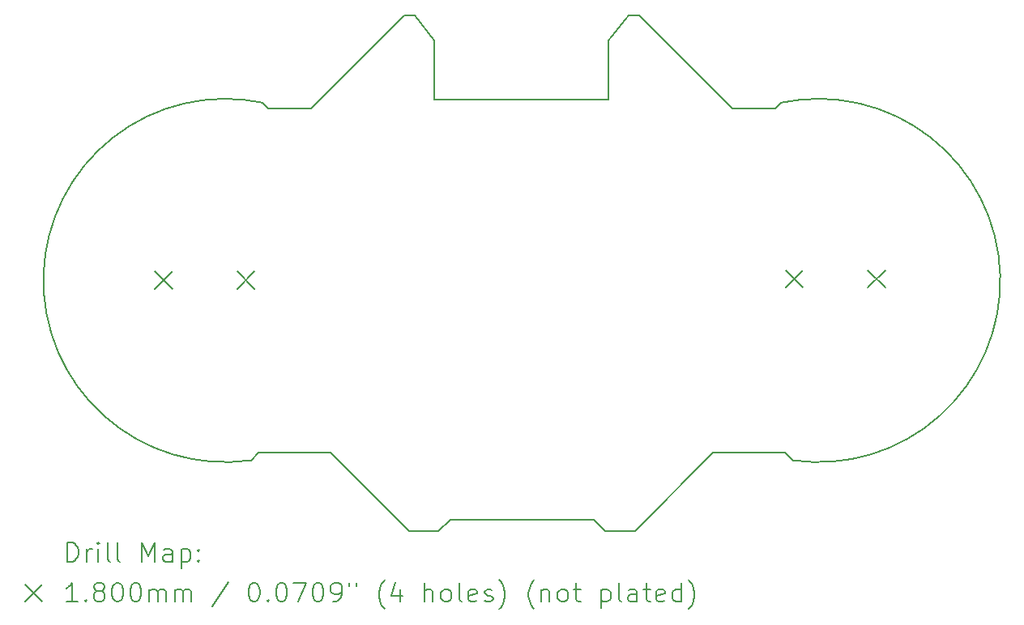
<source format=gbr>
%TF.GenerationSoftware,KiCad,Pcbnew,8.0.1*%
%TF.CreationDate,2024-05-01T12:09:55+08:00*%
%TF.ProjectId,controller,636f6e74-726f-46c6-9c65-722e6b696361,rev?*%
%TF.SameCoordinates,Original*%
%TF.FileFunction,Drillmap*%
%TF.FilePolarity,Positive*%
%FSLAX45Y45*%
G04 Gerber Fmt 4.5, Leading zero omitted, Abs format (unit mm)*
G04 Created by KiCad (PCBNEW 8.0.1) date 2024-05-01 12:09:55*
%MOMM*%
%LPD*%
G01*
G04 APERTURE LIST*
%ADD10C,0.200000*%
%ADD11C,0.180000*%
G04 APERTURE END LIST*
D10*
X11420000Y-6200000D02*
X11420000Y-5580000D01*
X13240000Y-6200000D02*
X11420000Y-6200000D01*
X13240000Y-5580000D02*
X13240000Y-6200000D01*
X13561989Y-5323001D02*
X13451991Y-5323001D01*
X13451991Y-5323001D02*
X13240000Y-5580000D01*
X15041417Y-6233582D02*
X14981996Y-6293001D01*
X11211986Y-5323001D02*
X11101991Y-5323001D01*
X14531989Y-6293001D02*
X13561989Y-5323001D01*
X9501145Y-9973842D02*
X9501151Y-9973841D01*
X11461994Y-10713008D02*
X11581986Y-10593001D01*
X13081991Y-10593001D02*
X13201996Y-10713008D01*
X9501145Y-9973842D02*
G75*
G02*
X9622568Y-6233575I-269145J1880842D01*
G01*
X15041422Y-6233575D02*
X15041417Y-6233582D01*
X14332001Y-9893001D02*
X15081996Y-9893001D01*
X11420000Y-5580000D02*
X11211986Y-5323001D01*
X11581986Y-10593001D02*
X12331996Y-10593001D01*
X13201996Y-10713008D02*
X13511994Y-10713008D01*
X9501143Y-9973844D02*
X9501145Y-9973842D01*
X12331996Y-10593001D02*
X13081991Y-10593001D01*
X14981996Y-6293001D02*
X14531989Y-6293001D01*
X11151984Y-10713008D02*
X11461994Y-10713008D01*
X9581981Y-9893001D02*
X10331989Y-9893001D01*
X15081996Y-9893001D02*
X15162834Y-9973841D01*
X9681981Y-6293001D02*
X9622563Y-6233582D01*
X15041422Y-6233575D02*
G75*
G02*
X15162833Y-9973841I390582J-1859425D01*
G01*
X10331989Y-9893001D02*
X11151984Y-10713008D01*
X13511994Y-10713008D02*
X14332001Y-9893001D01*
X9622563Y-6233582D02*
X9622568Y-6233575D01*
X9501151Y-9973841D02*
X9501143Y-9973844D01*
X11101991Y-5323001D02*
X10131989Y-6293001D01*
X10131989Y-6293001D02*
X9681981Y-6293001D01*
X9501145Y-9973842D02*
X9581981Y-9893001D01*
D11*
X8498100Y-7999200D02*
X8678100Y-8179200D01*
X8678100Y-7999200D02*
X8498100Y-8179200D01*
X9358100Y-7999200D02*
X9538100Y-8179200D01*
X9538100Y-7999200D02*
X9358100Y-8179200D01*
X15088100Y-7989200D02*
X15268100Y-8169200D01*
X15268100Y-7989200D02*
X15088100Y-8169200D01*
X15948100Y-7989200D02*
X16128100Y-8169200D01*
X16128100Y-7989200D02*
X15948100Y-8169200D01*
D10*
X7582775Y-11034492D02*
X7582775Y-10834492D01*
X7582775Y-10834492D02*
X7630394Y-10834492D01*
X7630394Y-10834492D02*
X7658966Y-10844016D01*
X7658966Y-10844016D02*
X7678013Y-10863063D01*
X7678013Y-10863063D02*
X7687537Y-10882111D01*
X7687537Y-10882111D02*
X7697061Y-10920206D01*
X7697061Y-10920206D02*
X7697061Y-10948778D01*
X7697061Y-10948778D02*
X7687537Y-10986873D01*
X7687537Y-10986873D02*
X7678013Y-11005921D01*
X7678013Y-11005921D02*
X7658966Y-11024968D01*
X7658966Y-11024968D02*
X7630394Y-11034492D01*
X7630394Y-11034492D02*
X7582775Y-11034492D01*
X7782775Y-11034492D02*
X7782775Y-10901159D01*
X7782775Y-10939254D02*
X7792299Y-10920206D01*
X7792299Y-10920206D02*
X7801823Y-10910682D01*
X7801823Y-10910682D02*
X7820871Y-10901159D01*
X7820871Y-10901159D02*
X7839918Y-10901159D01*
X7906585Y-11034492D02*
X7906585Y-10901159D01*
X7906585Y-10834492D02*
X7897061Y-10844016D01*
X7897061Y-10844016D02*
X7906585Y-10853540D01*
X7906585Y-10853540D02*
X7916109Y-10844016D01*
X7916109Y-10844016D02*
X7906585Y-10834492D01*
X7906585Y-10834492D02*
X7906585Y-10853540D01*
X8030394Y-11034492D02*
X8011347Y-11024968D01*
X8011347Y-11024968D02*
X8001823Y-11005921D01*
X8001823Y-11005921D02*
X8001823Y-10834492D01*
X8135156Y-11034492D02*
X8116109Y-11024968D01*
X8116109Y-11024968D02*
X8106585Y-11005921D01*
X8106585Y-11005921D02*
X8106585Y-10834492D01*
X8363728Y-11034492D02*
X8363728Y-10834492D01*
X8363728Y-10834492D02*
X8430395Y-10977349D01*
X8430395Y-10977349D02*
X8497061Y-10834492D01*
X8497061Y-10834492D02*
X8497061Y-11034492D01*
X8678014Y-11034492D02*
X8678014Y-10929730D01*
X8678014Y-10929730D02*
X8668490Y-10910682D01*
X8668490Y-10910682D02*
X8649442Y-10901159D01*
X8649442Y-10901159D02*
X8611347Y-10901159D01*
X8611347Y-10901159D02*
X8592299Y-10910682D01*
X8678014Y-11024968D02*
X8658966Y-11034492D01*
X8658966Y-11034492D02*
X8611347Y-11034492D01*
X8611347Y-11034492D02*
X8592299Y-11024968D01*
X8592299Y-11024968D02*
X8582775Y-11005921D01*
X8582775Y-11005921D02*
X8582775Y-10986873D01*
X8582775Y-10986873D02*
X8592299Y-10967825D01*
X8592299Y-10967825D02*
X8611347Y-10958302D01*
X8611347Y-10958302D02*
X8658966Y-10958302D01*
X8658966Y-10958302D02*
X8678014Y-10948778D01*
X8773252Y-10901159D02*
X8773252Y-11101159D01*
X8773252Y-10910682D02*
X8792299Y-10901159D01*
X8792299Y-10901159D02*
X8830395Y-10901159D01*
X8830395Y-10901159D02*
X8849442Y-10910682D01*
X8849442Y-10910682D02*
X8858966Y-10920206D01*
X8858966Y-10920206D02*
X8868490Y-10939254D01*
X8868490Y-10939254D02*
X8868490Y-10996397D01*
X8868490Y-10996397D02*
X8858966Y-11015444D01*
X8858966Y-11015444D02*
X8849442Y-11024968D01*
X8849442Y-11024968D02*
X8830395Y-11034492D01*
X8830395Y-11034492D02*
X8792299Y-11034492D01*
X8792299Y-11034492D02*
X8773252Y-11024968D01*
X8954204Y-11015444D02*
X8963728Y-11024968D01*
X8963728Y-11024968D02*
X8954204Y-11034492D01*
X8954204Y-11034492D02*
X8944680Y-11024968D01*
X8944680Y-11024968D02*
X8954204Y-11015444D01*
X8954204Y-11015444D02*
X8954204Y-11034492D01*
X8954204Y-10910682D02*
X8963728Y-10920206D01*
X8963728Y-10920206D02*
X8954204Y-10929730D01*
X8954204Y-10929730D02*
X8944680Y-10920206D01*
X8944680Y-10920206D02*
X8954204Y-10910682D01*
X8954204Y-10910682D02*
X8954204Y-10929730D01*
D11*
X7141999Y-11273008D02*
X7321999Y-11453008D01*
X7321999Y-11273008D02*
X7141999Y-11453008D01*
D10*
X7687537Y-11454492D02*
X7573252Y-11454492D01*
X7630394Y-11454492D02*
X7630394Y-11254492D01*
X7630394Y-11254492D02*
X7611347Y-11283063D01*
X7611347Y-11283063D02*
X7592299Y-11302111D01*
X7592299Y-11302111D02*
X7573252Y-11311635D01*
X7773252Y-11435444D02*
X7782775Y-11444968D01*
X7782775Y-11444968D02*
X7773252Y-11454492D01*
X7773252Y-11454492D02*
X7763728Y-11444968D01*
X7763728Y-11444968D02*
X7773252Y-11435444D01*
X7773252Y-11435444D02*
X7773252Y-11454492D01*
X7897061Y-11340206D02*
X7878013Y-11330682D01*
X7878013Y-11330682D02*
X7868490Y-11321159D01*
X7868490Y-11321159D02*
X7858966Y-11302111D01*
X7858966Y-11302111D02*
X7858966Y-11292587D01*
X7858966Y-11292587D02*
X7868490Y-11273540D01*
X7868490Y-11273540D02*
X7878013Y-11264016D01*
X7878013Y-11264016D02*
X7897061Y-11254492D01*
X7897061Y-11254492D02*
X7935156Y-11254492D01*
X7935156Y-11254492D02*
X7954204Y-11264016D01*
X7954204Y-11264016D02*
X7963728Y-11273540D01*
X7963728Y-11273540D02*
X7973252Y-11292587D01*
X7973252Y-11292587D02*
X7973252Y-11302111D01*
X7973252Y-11302111D02*
X7963728Y-11321159D01*
X7963728Y-11321159D02*
X7954204Y-11330682D01*
X7954204Y-11330682D02*
X7935156Y-11340206D01*
X7935156Y-11340206D02*
X7897061Y-11340206D01*
X7897061Y-11340206D02*
X7878013Y-11349730D01*
X7878013Y-11349730D02*
X7868490Y-11359254D01*
X7868490Y-11359254D02*
X7858966Y-11378301D01*
X7858966Y-11378301D02*
X7858966Y-11416397D01*
X7858966Y-11416397D02*
X7868490Y-11435444D01*
X7868490Y-11435444D02*
X7878013Y-11444968D01*
X7878013Y-11444968D02*
X7897061Y-11454492D01*
X7897061Y-11454492D02*
X7935156Y-11454492D01*
X7935156Y-11454492D02*
X7954204Y-11444968D01*
X7954204Y-11444968D02*
X7963728Y-11435444D01*
X7963728Y-11435444D02*
X7973252Y-11416397D01*
X7973252Y-11416397D02*
X7973252Y-11378301D01*
X7973252Y-11378301D02*
X7963728Y-11359254D01*
X7963728Y-11359254D02*
X7954204Y-11349730D01*
X7954204Y-11349730D02*
X7935156Y-11340206D01*
X8097061Y-11254492D02*
X8116109Y-11254492D01*
X8116109Y-11254492D02*
X8135156Y-11264016D01*
X8135156Y-11264016D02*
X8144680Y-11273540D01*
X8144680Y-11273540D02*
X8154204Y-11292587D01*
X8154204Y-11292587D02*
X8163728Y-11330682D01*
X8163728Y-11330682D02*
X8163728Y-11378301D01*
X8163728Y-11378301D02*
X8154204Y-11416397D01*
X8154204Y-11416397D02*
X8144680Y-11435444D01*
X8144680Y-11435444D02*
X8135156Y-11444968D01*
X8135156Y-11444968D02*
X8116109Y-11454492D01*
X8116109Y-11454492D02*
X8097061Y-11454492D01*
X8097061Y-11454492D02*
X8078013Y-11444968D01*
X8078013Y-11444968D02*
X8068490Y-11435444D01*
X8068490Y-11435444D02*
X8058966Y-11416397D01*
X8058966Y-11416397D02*
X8049442Y-11378301D01*
X8049442Y-11378301D02*
X8049442Y-11330682D01*
X8049442Y-11330682D02*
X8058966Y-11292587D01*
X8058966Y-11292587D02*
X8068490Y-11273540D01*
X8068490Y-11273540D02*
X8078013Y-11264016D01*
X8078013Y-11264016D02*
X8097061Y-11254492D01*
X8287537Y-11254492D02*
X8306585Y-11254492D01*
X8306585Y-11254492D02*
X8325633Y-11264016D01*
X8325633Y-11264016D02*
X8335156Y-11273540D01*
X8335156Y-11273540D02*
X8344680Y-11292587D01*
X8344680Y-11292587D02*
X8354204Y-11330682D01*
X8354204Y-11330682D02*
X8354204Y-11378301D01*
X8354204Y-11378301D02*
X8344680Y-11416397D01*
X8344680Y-11416397D02*
X8335156Y-11435444D01*
X8335156Y-11435444D02*
X8325633Y-11444968D01*
X8325633Y-11444968D02*
X8306585Y-11454492D01*
X8306585Y-11454492D02*
X8287537Y-11454492D01*
X8287537Y-11454492D02*
X8268490Y-11444968D01*
X8268490Y-11444968D02*
X8258966Y-11435444D01*
X8258966Y-11435444D02*
X8249442Y-11416397D01*
X8249442Y-11416397D02*
X8239918Y-11378301D01*
X8239918Y-11378301D02*
X8239918Y-11330682D01*
X8239918Y-11330682D02*
X8249442Y-11292587D01*
X8249442Y-11292587D02*
X8258966Y-11273540D01*
X8258966Y-11273540D02*
X8268490Y-11264016D01*
X8268490Y-11264016D02*
X8287537Y-11254492D01*
X8439918Y-11454492D02*
X8439918Y-11321159D01*
X8439918Y-11340206D02*
X8449442Y-11330682D01*
X8449442Y-11330682D02*
X8468490Y-11321159D01*
X8468490Y-11321159D02*
X8497061Y-11321159D01*
X8497061Y-11321159D02*
X8516109Y-11330682D01*
X8516109Y-11330682D02*
X8525633Y-11349730D01*
X8525633Y-11349730D02*
X8525633Y-11454492D01*
X8525633Y-11349730D02*
X8535156Y-11330682D01*
X8535156Y-11330682D02*
X8554204Y-11321159D01*
X8554204Y-11321159D02*
X8582775Y-11321159D01*
X8582775Y-11321159D02*
X8601823Y-11330682D01*
X8601823Y-11330682D02*
X8611347Y-11349730D01*
X8611347Y-11349730D02*
X8611347Y-11454492D01*
X8706585Y-11454492D02*
X8706585Y-11321159D01*
X8706585Y-11340206D02*
X8716109Y-11330682D01*
X8716109Y-11330682D02*
X8735156Y-11321159D01*
X8735156Y-11321159D02*
X8763728Y-11321159D01*
X8763728Y-11321159D02*
X8782776Y-11330682D01*
X8782776Y-11330682D02*
X8792299Y-11349730D01*
X8792299Y-11349730D02*
X8792299Y-11454492D01*
X8792299Y-11349730D02*
X8801823Y-11330682D01*
X8801823Y-11330682D02*
X8820871Y-11321159D01*
X8820871Y-11321159D02*
X8849442Y-11321159D01*
X8849442Y-11321159D02*
X8868490Y-11330682D01*
X8868490Y-11330682D02*
X8878014Y-11349730D01*
X8878014Y-11349730D02*
X8878014Y-11454492D01*
X9268490Y-11244968D02*
X9097061Y-11502111D01*
X9525633Y-11254492D02*
X9544680Y-11254492D01*
X9544680Y-11254492D02*
X9563728Y-11264016D01*
X9563728Y-11264016D02*
X9573252Y-11273540D01*
X9573252Y-11273540D02*
X9582776Y-11292587D01*
X9582776Y-11292587D02*
X9592299Y-11330682D01*
X9592299Y-11330682D02*
X9592299Y-11378301D01*
X9592299Y-11378301D02*
X9582776Y-11416397D01*
X9582776Y-11416397D02*
X9573252Y-11435444D01*
X9573252Y-11435444D02*
X9563728Y-11444968D01*
X9563728Y-11444968D02*
X9544680Y-11454492D01*
X9544680Y-11454492D02*
X9525633Y-11454492D01*
X9525633Y-11454492D02*
X9506585Y-11444968D01*
X9506585Y-11444968D02*
X9497061Y-11435444D01*
X9497061Y-11435444D02*
X9487538Y-11416397D01*
X9487538Y-11416397D02*
X9478014Y-11378301D01*
X9478014Y-11378301D02*
X9478014Y-11330682D01*
X9478014Y-11330682D02*
X9487538Y-11292587D01*
X9487538Y-11292587D02*
X9497061Y-11273540D01*
X9497061Y-11273540D02*
X9506585Y-11264016D01*
X9506585Y-11264016D02*
X9525633Y-11254492D01*
X9678014Y-11435444D02*
X9687538Y-11444968D01*
X9687538Y-11444968D02*
X9678014Y-11454492D01*
X9678014Y-11454492D02*
X9668490Y-11444968D01*
X9668490Y-11444968D02*
X9678014Y-11435444D01*
X9678014Y-11435444D02*
X9678014Y-11454492D01*
X9811347Y-11254492D02*
X9830395Y-11254492D01*
X9830395Y-11254492D02*
X9849442Y-11264016D01*
X9849442Y-11264016D02*
X9858966Y-11273540D01*
X9858966Y-11273540D02*
X9868490Y-11292587D01*
X9868490Y-11292587D02*
X9878014Y-11330682D01*
X9878014Y-11330682D02*
X9878014Y-11378301D01*
X9878014Y-11378301D02*
X9868490Y-11416397D01*
X9868490Y-11416397D02*
X9858966Y-11435444D01*
X9858966Y-11435444D02*
X9849442Y-11444968D01*
X9849442Y-11444968D02*
X9830395Y-11454492D01*
X9830395Y-11454492D02*
X9811347Y-11454492D01*
X9811347Y-11454492D02*
X9792299Y-11444968D01*
X9792299Y-11444968D02*
X9782776Y-11435444D01*
X9782776Y-11435444D02*
X9773252Y-11416397D01*
X9773252Y-11416397D02*
X9763728Y-11378301D01*
X9763728Y-11378301D02*
X9763728Y-11330682D01*
X9763728Y-11330682D02*
X9773252Y-11292587D01*
X9773252Y-11292587D02*
X9782776Y-11273540D01*
X9782776Y-11273540D02*
X9792299Y-11264016D01*
X9792299Y-11264016D02*
X9811347Y-11254492D01*
X9944680Y-11254492D02*
X10078014Y-11254492D01*
X10078014Y-11254492D02*
X9992299Y-11454492D01*
X10192299Y-11254492D02*
X10211347Y-11254492D01*
X10211347Y-11254492D02*
X10230395Y-11264016D01*
X10230395Y-11264016D02*
X10239919Y-11273540D01*
X10239919Y-11273540D02*
X10249442Y-11292587D01*
X10249442Y-11292587D02*
X10258966Y-11330682D01*
X10258966Y-11330682D02*
X10258966Y-11378301D01*
X10258966Y-11378301D02*
X10249442Y-11416397D01*
X10249442Y-11416397D02*
X10239919Y-11435444D01*
X10239919Y-11435444D02*
X10230395Y-11444968D01*
X10230395Y-11444968D02*
X10211347Y-11454492D01*
X10211347Y-11454492D02*
X10192299Y-11454492D01*
X10192299Y-11454492D02*
X10173252Y-11444968D01*
X10173252Y-11444968D02*
X10163728Y-11435444D01*
X10163728Y-11435444D02*
X10154204Y-11416397D01*
X10154204Y-11416397D02*
X10144680Y-11378301D01*
X10144680Y-11378301D02*
X10144680Y-11330682D01*
X10144680Y-11330682D02*
X10154204Y-11292587D01*
X10154204Y-11292587D02*
X10163728Y-11273540D01*
X10163728Y-11273540D02*
X10173252Y-11264016D01*
X10173252Y-11264016D02*
X10192299Y-11254492D01*
X10354204Y-11454492D02*
X10392299Y-11454492D01*
X10392299Y-11454492D02*
X10411347Y-11444968D01*
X10411347Y-11444968D02*
X10420871Y-11435444D01*
X10420871Y-11435444D02*
X10439919Y-11406873D01*
X10439919Y-11406873D02*
X10449442Y-11368778D01*
X10449442Y-11368778D02*
X10449442Y-11292587D01*
X10449442Y-11292587D02*
X10439919Y-11273540D01*
X10439919Y-11273540D02*
X10430395Y-11264016D01*
X10430395Y-11264016D02*
X10411347Y-11254492D01*
X10411347Y-11254492D02*
X10373252Y-11254492D01*
X10373252Y-11254492D02*
X10354204Y-11264016D01*
X10354204Y-11264016D02*
X10344680Y-11273540D01*
X10344680Y-11273540D02*
X10335157Y-11292587D01*
X10335157Y-11292587D02*
X10335157Y-11340206D01*
X10335157Y-11340206D02*
X10344680Y-11359254D01*
X10344680Y-11359254D02*
X10354204Y-11368778D01*
X10354204Y-11368778D02*
X10373252Y-11378301D01*
X10373252Y-11378301D02*
X10411347Y-11378301D01*
X10411347Y-11378301D02*
X10430395Y-11368778D01*
X10430395Y-11368778D02*
X10439919Y-11359254D01*
X10439919Y-11359254D02*
X10449442Y-11340206D01*
X10525633Y-11254492D02*
X10525633Y-11292587D01*
X10601823Y-11254492D02*
X10601823Y-11292587D01*
X10897062Y-11530682D02*
X10887538Y-11521159D01*
X10887538Y-11521159D02*
X10868490Y-11492587D01*
X10868490Y-11492587D02*
X10858966Y-11473540D01*
X10858966Y-11473540D02*
X10849442Y-11444968D01*
X10849442Y-11444968D02*
X10839919Y-11397349D01*
X10839919Y-11397349D02*
X10839919Y-11359254D01*
X10839919Y-11359254D02*
X10849442Y-11311635D01*
X10849442Y-11311635D02*
X10858966Y-11283063D01*
X10858966Y-11283063D02*
X10868490Y-11264016D01*
X10868490Y-11264016D02*
X10887538Y-11235444D01*
X10887538Y-11235444D02*
X10897062Y-11225920D01*
X11058966Y-11321159D02*
X11058966Y-11454492D01*
X11011347Y-11244968D02*
X10963728Y-11387825D01*
X10963728Y-11387825D02*
X11087538Y-11387825D01*
X11316109Y-11454492D02*
X11316109Y-11254492D01*
X11401823Y-11454492D02*
X11401823Y-11349730D01*
X11401823Y-11349730D02*
X11392300Y-11330682D01*
X11392300Y-11330682D02*
X11373252Y-11321159D01*
X11373252Y-11321159D02*
X11344680Y-11321159D01*
X11344680Y-11321159D02*
X11325633Y-11330682D01*
X11325633Y-11330682D02*
X11316109Y-11340206D01*
X11525633Y-11454492D02*
X11506585Y-11444968D01*
X11506585Y-11444968D02*
X11497061Y-11435444D01*
X11497061Y-11435444D02*
X11487538Y-11416397D01*
X11487538Y-11416397D02*
X11487538Y-11359254D01*
X11487538Y-11359254D02*
X11497061Y-11340206D01*
X11497061Y-11340206D02*
X11506585Y-11330682D01*
X11506585Y-11330682D02*
X11525633Y-11321159D01*
X11525633Y-11321159D02*
X11554204Y-11321159D01*
X11554204Y-11321159D02*
X11573252Y-11330682D01*
X11573252Y-11330682D02*
X11582776Y-11340206D01*
X11582776Y-11340206D02*
X11592300Y-11359254D01*
X11592300Y-11359254D02*
X11592300Y-11416397D01*
X11592300Y-11416397D02*
X11582776Y-11435444D01*
X11582776Y-11435444D02*
X11573252Y-11444968D01*
X11573252Y-11444968D02*
X11554204Y-11454492D01*
X11554204Y-11454492D02*
X11525633Y-11454492D01*
X11706585Y-11454492D02*
X11687538Y-11444968D01*
X11687538Y-11444968D02*
X11678014Y-11425920D01*
X11678014Y-11425920D02*
X11678014Y-11254492D01*
X11858966Y-11444968D02*
X11839919Y-11454492D01*
X11839919Y-11454492D02*
X11801823Y-11454492D01*
X11801823Y-11454492D02*
X11782776Y-11444968D01*
X11782776Y-11444968D02*
X11773252Y-11425920D01*
X11773252Y-11425920D02*
X11773252Y-11349730D01*
X11773252Y-11349730D02*
X11782776Y-11330682D01*
X11782776Y-11330682D02*
X11801823Y-11321159D01*
X11801823Y-11321159D02*
X11839919Y-11321159D01*
X11839919Y-11321159D02*
X11858966Y-11330682D01*
X11858966Y-11330682D02*
X11868490Y-11349730D01*
X11868490Y-11349730D02*
X11868490Y-11368778D01*
X11868490Y-11368778D02*
X11773252Y-11387825D01*
X11944681Y-11444968D02*
X11963728Y-11454492D01*
X11963728Y-11454492D02*
X12001823Y-11454492D01*
X12001823Y-11454492D02*
X12020871Y-11444968D01*
X12020871Y-11444968D02*
X12030395Y-11425920D01*
X12030395Y-11425920D02*
X12030395Y-11416397D01*
X12030395Y-11416397D02*
X12020871Y-11397349D01*
X12020871Y-11397349D02*
X12001823Y-11387825D01*
X12001823Y-11387825D02*
X11973252Y-11387825D01*
X11973252Y-11387825D02*
X11954204Y-11378301D01*
X11954204Y-11378301D02*
X11944681Y-11359254D01*
X11944681Y-11359254D02*
X11944681Y-11349730D01*
X11944681Y-11349730D02*
X11954204Y-11330682D01*
X11954204Y-11330682D02*
X11973252Y-11321159D01*
X11973252Y-11321159D02*
X12001823Y-11321159D01*
X12001823Y-11321159D02*
X12020871Y-11330682D01*
X12097062Y-11530682D02*
X12106585Y-11521159D01*
X12106585Y-11521159D02*
X12125633Y-11492587D01*
X12125633Y-11492587D02*
X12135157Y-11473540D01*
X12135157Y-11473540D02*
X12144681Y-11444968D01*
X12144681Y-11444968D02*
X12154204Y-11397349D01*
X12154204Y-11397349D02*
X12154204Y-11359254D01*
X12154204Y-11359254D02*
X12144681Y-11311635D01*
X12144681Y-11311635D02*
X12135157Y-11283063D01*
X12135157Y-11283063D02*
X12125633Y-11264016D01*
X12125633Y-11264016D02*
X12106585Y-11235444D01*
X12106585Y-11235444D02*
X12097062Y-11225920D01*
X12458966Y-11530682D02*
X12449442Y-11521159D01*
X12449442Y-11521159D02*
X12430395Y-11492587D01*
X12430395Y-11492587D02*
X12420871Y-11473540D01*
X12420871Y-11473540D02*
X12411347Y-11444968D01*
X12411347Y-11444968D02*
X12401823Y-11397349D01*
X12401823Y-11397349D02*
X12401823Y-11359254D01*
X12401823Y-11359254D02*
X12411347Y-11311635D01*
X12411347Y-11311635D02*
X12420871Y-11283063D01*
X12420871Y-11283063D02*
X12430395Y-11264016D01*
X12430395Y-11264016D02*
X12449442Y-11235444D01*
X12449442Y-11235444D02*
X12458966Y-11225920D01*
X12535157Y-11321159D02*
X12535157Y-11454492D01*
X12535157Y-11340206D02*
X12544681Y-11330682D01*
X12544681Y-11330682D02*
X12563728Y-11321159D01*
X12563728Y-11321159D02*
X12592300Y-11321159D01*
X12592300Y-11321159D02*
X12611347Y-11330682D01*
X12611347Y-11330682D02*
X12620871Y-11349730D01*
X12620871Y-11349730D02*
X12620871Y-11454492D01*
X12744681Y-11454492D02*
X12725633Y-11444968D01*
X12725633Y-11444968D02*
X12716109Y-11435444D01*
X12716109Y-11435444D02*
X12706585Y-11416397D01*
X12706585Y-11416397D02*
X12706585Y-11359254D01*
X12706585Y-11359254D02*
X12716109Y-11340206D01*
X12716109Y-11340206D02*
X12725633Y-11330682D01*
X12725633Y-11330682D02*
X12744681Y-11321159D01*
X12744681Y-11321159D02*
X12773252Y-11321159D01*
X12773252Y-11321159D02*
X12792300Y-11330682D01*
X12792300Y-11330682D02*
X12801823Y-11340206D01*
X12801823Y-11340206D02*
X12811347Y-11359254D01*
X12811347Y-11359254D02*
X12811347Y-11416397D01*
X12811347Y-11416397D02*
X12801823Y-11435444D01*
X12801823Y-11435444D02*
X12792300Y-11444968D01*
X12792300Y-11444968D02*
X12773252Y-11454492D01*
X12773252Y-11454492D02*
X12744681Y-11454492D01*
X12868490Y-11321159D02*
X12944681Y-11321159D01*
X12897062Y-11254492D02*
X12897062Y-11425920D01*
X12897062Y-11425920D02*
X12906585Y-11444968D01*
X12906585Y-11444968D02*
X12925633Y-11454492D01*
X12925633Y-11454492D02*
X12944681Y-11454492D01*
X13163728Y-11321159D02*
X13163728Y-11521159D01*
X13163728Y-11330682D02*
X13182776Y-11321159D01*
X13182776Y-11321159D02*
X13220871Y-11321159D01*
X13220871Y-11321159D02*
X13239919Y-11330682D01*
X13239919Y-11330682D02*
X13249443Y-11340206D01*
X13249443Y-11340206D02*
X13258966Y-11359254D01*
X13258966Y-11359254D02*
X13258966Y-11416397D01*
X13258966Y-11416397D02*
X13249443Y-11435444D01*
X13249443Y-11435444D02*
X13239919Y-11444968D01*
X13239919Y-11444968D02*
X13220871Y-11454492D01*
X13220871Y-11454492D02*
X13182776Y-11454492D01*
X13182776Y-11454492D02*
X13163728Y-11444968D01*
X13373252Y-11454492D02*
X13354204Y-11444968D01*
X13354204Y-11444968D02*
X13344681Y-11425920D01*
X13344681Y-11425920D02*
X13344681Y-11254492D01*
X13535157Y-11454492D02*
X13535157Y-11349730D01*
X13535157Y-11349730D02*
X13525633Y-11330682D01*
X13525633Y-11330682D02*
X13506585Y-11321159D01*
X13506585Y-11321159D02*
X13468490Y-11321159D01*
X13468490Y-11321159D02*
X13449443Y-11330682D01*
X13535157Y-11444968D02*
X13516109Y-11454492D01*
X13516109Y-11454492D02*
X13468490Y-11454492D01*
X13468490Y-11454492D02*
X13449443Y-11444968D01*
X13449443Y-11444968D02*
X13439919Y-11425920D01*
X13439919Y-11425920D02*
X13439919Y-11406873D01*
X13439919Y-11406873D02*
X13449443Y-11387825D01*
X13449443Y-11387825D02*
X13468490Y-11378301D01*
X13468490Y-11378301D02*
X13516109Y-11378301D01*
X13516109Y-11378301D02*
X13535157Y-11368778D01*
X13601824Y-11321159D02*
X13678014Y-11321159D01*
X13630395Y-11254492D02*
X13630395Y-11425920D01*
X13630395Y-11425920D02*
X13639919Y-11444968D01*
X13639919Y-11444968D02*
X13658966Y-11454492D01*
X13658966Y-11454492D02*
X13678014Y-11454492D01*
X13820871Y-11444968D02*
X13801824Y-11454492D01*
X13801824Y-11454492D02*
X13763728Y-11454492D01*
X13763728Y-11454492D02*
X13744681Y-11444968D01*
X13744681Y-11444968D02*
X13735157Y-11425920D01*
X13735157Y-11425920D02*
X13735157Y-11349730D01*
X13735157Y-11349730D02*
X13744681Y-11330682D01*
X13744681Y-11330682D02*
X13763728Y-11321159D01*
X13763728Y-11321159D02*
X13801824Y-11321159D01*
X13801824Y-11321159D02*
X13820871Y-11330682D01*
X13820871Y-11330682D02*
X13830395Y-11349730D01*
X13830395Y-11349730D02*
X13830395Y-11368778D01*
X13830395Y-11368778D02*
X13735157Y-11387825D01*
X14001824Y-11454492D02*
X14001824Y-11254492D01*
X14001824Y-11444968D02*
X13982776Y-11454492D01*
X13982776Y-11454492D02*
X13944681Y-11454492D01*
X13944681Y-11454492D02*
X13925633Y-11444968D01*
X13925633Y-11444968D02*
X13916109Y-11435444D01*
X13916109Y-11435444D02*
X13906585Y-11416397D01*
X13906585Y-11416397D02*
X13906585Y-11359254D01*
X13906585Y-11359254D02*
X13916109Y-11340206D01*
X13916109Y-11340206D02*
X13925633Y-11330682D01*
X13925633Y-11330682D02*
X13944681Y-11321159D01*
X13944681Y-11321159D02*
X13982776Y-11321159D01*
X13982776Y-11321159D02*
X14001824Y-11330682D01*
X14078014Y-11530682D02*
X14087538Y-11521159D01*
X14087538Y-11521159D02*
X14106585Y-11492587D01*
X14106585Y-11492587D02*
X14116109Y-11473540D01*
X14116109Y-11473540D02*
X14125633Y-11444968D01*
X14125633Y-11444968D02*
X14135157Y-11397349D01*
X14135157Y-11397349D02*
X14135157Y-11359254D01*
X14135157Y-11359254D02*
X14125633Y-11311635D01*
X14125633Y-11311635D02*
X14116109Y-11283063D01*
X14116109Y-11283063D02*
X14106585Y-11264016D01*
X14106585Y-11264016D02*
X14087538Y-11235444D01*
X14087538Y-11235444D02*
X14078014Y-11225920D01*
M02*

</source>
